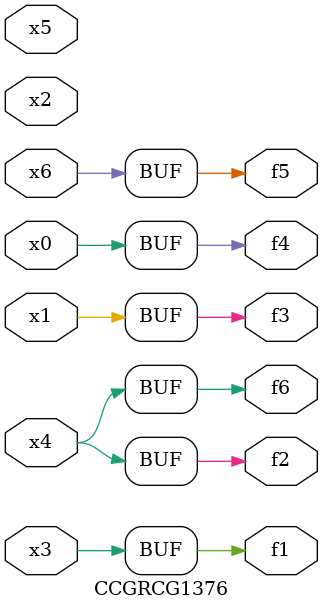
<source format=v>
module CCGRCG1376(
	input x0, x1, x2, x3, x4, x5, x6,
	output f1, f2, f3, f4, f5, f6
);
	assign f1 = x3;
	assign f2 = x4;
	assign f3 = x1;
	assign f4 = x0;
	assign f5 = x6;
	assign f6 = x4;
endmodule

</source>
